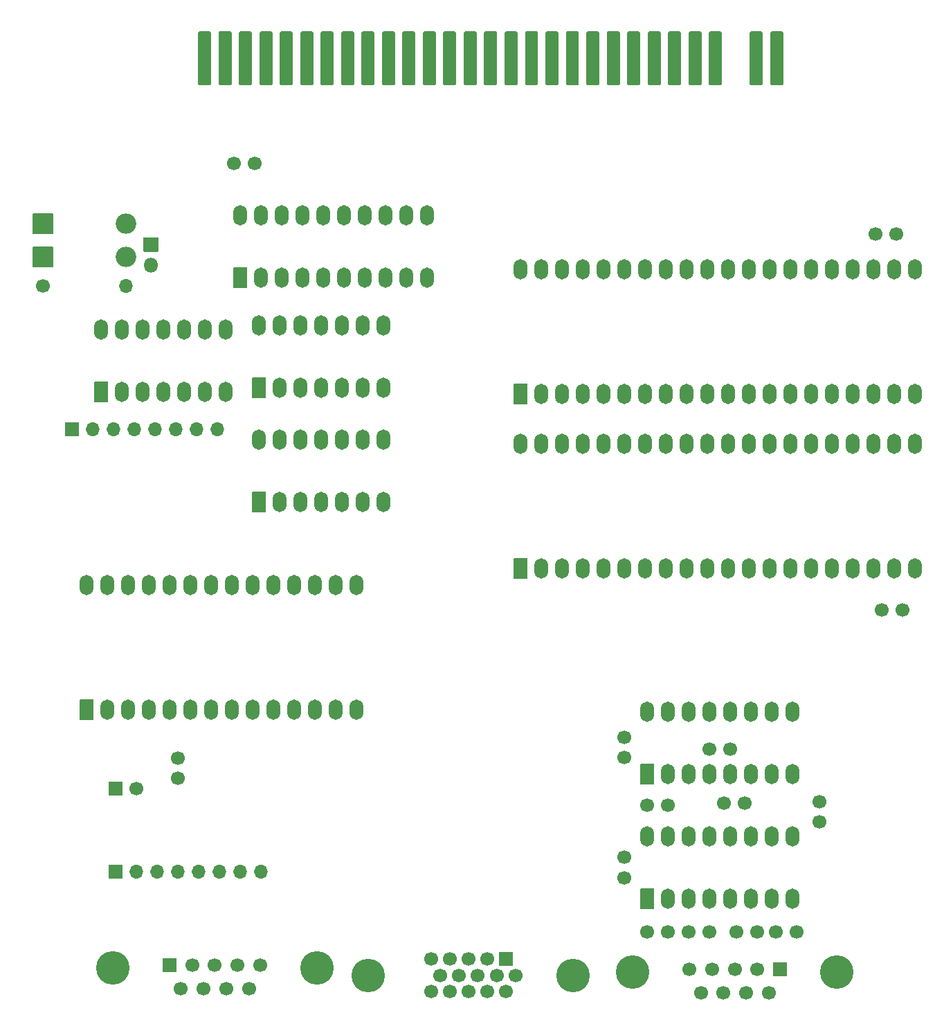
<source format=gbr>
%TF.GenerationSoftware,KiCad,Pcbnew,(5.1.10)-1*%
%TF.CreationDate,2024-03-27T07:56:36+01:00*%
%TF.ProjectId,KIM,4b494d2e-6b69-4636-9164-5f7063625858,rev?*%
%TF.SameCoordinates,Original*%
%TF.FileFunction,Soldermask,Top*%
%TF.FilePolarity,Negative*%
%FSLAX46Y46*%
G04 Gerber Fmt 4.6, Leading zero omitted, Abs format (unit mm)*
G04 Created by KiCad (PCBNEW (5.1.10)-1) date 2024-03-27 07:56:36*
%MOMM*%
%LPD*%
G01*
G04 APERTURE LIST*
%ADD10C,4.100000*%
%ADD11C,1.700000*%
%ADD12O,1.700000X1.700000*%
%ADD13O,1.800000X1.800000*%
%ADD14O,2.500000X2.500000*%
%ADD15O,1.700000X2.500000*%
G04 APERTURE END LIST*
D10*
%TO.C,J4*%
X129038000Y-129332000D03*
X104038000Y-129332000D03*
D11*
X120693000Y-131872000D03*
X117923000Y-131872000D03*
X115153000Y-131872000D03*
X112383000Y-131872000D03*
X122078000Y-129032000D03*
X119308000Y-129032000D03*
X116538000Y-129032000D03*
X113768000Y-129032000D03*
G36*
G01*
X110148000Y-129832000D02*
X110148000Y-128232000D01*
G75*
G02*
X110198000Y-128182000I50000J0D01*
G01*
X111798000Y-128182000D01*
G75*
G02*
X111848000Y-128232000I0J-50000D01*
G01*
X111848000Y-129832000D01*
G75*
G02*
X111798000Y-129882000I-50000J0D01*
G01*
X110198000Y-129882000D01*
G75*
G02*
X110148000Y-129832000I0J50000D01*
G01*
G37*
%TD*%
D10*
%TO.C,J3*%
X192634000Y-129840000D03*
X167634000Y-129840000D03*
D11*
X175979000Y-132380000D03*
X178749000Y-132380000D03*
X181519000Y-132380000D03*
X184289000Y-132380000D03*
X174594000Y-129540000D03*
X177364000Y-129540000D03*
X180134000Y-129540000D03*
X182904000Y-129540000D03*
G36*
G01*
X184824000Y-130340000D02*
X184824000Y-128740000D01*
G75*
G02*
X184874000Y-128690000I50000J0D01*
G01*
X186474000Y-128690000D01*
G75*
G02*
X186524000Y-128740000I0J-50000D01*
G01*
X186524000Y-130340000D01*
G75*
G02*
X186474000Y-130390000I-50000J0D01*
G01*
X184874000Y-130390000D01*
G75*
G02*
X184824000Y-130340000I0J50000D01*
G01*
G37*
%TD*%
D10*
%TO.C,J2*%
X160331000Y-130320000D03*
X135331000Y-130320000D03*
D11*
X142986000Y-132230000D03*
X145276000Y-132230000D03*
X147566000Y-132230000D03*
X149856000Y-132230000D03*
X152146000Y-132230000D03*
X144131000Y-130250000D03*
X146421000Y-130250000D03*
X148711000Y-130250000D03*
X151001000Y-130250000D03*
X153291000Y-130250000D03*
X142986000Y-128270000D03*
X145276000Y-128270000D03*
X147566000Y-128270000D03*
X149856000Y-128270000D03*
G36*
G01*
X151296000Y-129070000D02*
X151296000Y-127470000D01*
G75*
G02*
X151346000Y-127420000I50000J0D01*
G01*
X152946000Y-127420000D01*
G75*
G02*
X152996000Y-127470000I0J-50000D01*
G01*
X152996000Y-129070000D01*
G75*
G02*
X152946000Y-129120000I-50000J0D01*
G01*
X151346000Y-129120000D01*
G75*
G02*
X151296000Y-129070000I0J50000D01*
G01*
G37*
%TD*%
%TO.C,XM1*%
G36*
G01*
X116976000Y-21278000D02*
X116976000Y-14998000D01*
G75*
G02*
X117136000Y-14838000I160000J0D01*
G01*
X118416000Y-14838000D01*
G75*
G02*
X118576000Y-14998000I0J-160000D01*
G01*
X118576000Y-21278000D01*
G75*
G02*
X118416000Y-21438000I-160000J0D01*
G01*
X117136000Y-21438000D01*
G75*
G02*
X116976000Y-21278000I0J160000D01*
G01*
G37*
G36*
G01*
X119476000Y-21278000D02*
X119476000Y-14998000D01*
G75*
G02*
X119636000Y-14838000I160000J0D01*
G01*
X120916000Y-14838000D01*
G75*
G02*
X121076000Y-14998000I0J-160000D01*
G01*
X121076000Y-21278000D01*
G75*
G02*
X120916000Y-21438000I-160000J0D01*
G01*
X119636000Y-21438000D01*
G75*
G02*
X119476000Y-21278000I0J160000D01*
G01*
G37*
G36*
G01*
X121976000Y-21278000D02*
X121976000Y-14998000D01*
G75*
G02*
X122136000Y-14838000I160000J0D01*
G01*
X123416000Y-14838000D01*
G75*
G02*
X123576000Y-14998000I0J-160000D01*
G01*
X123576000Y-21278000D01*
G75*
G02*
X123416000Y-21438000I-160000J0D01*
G01*
X122136000Y-21438000D01*
G75*
G02*
X121976000Y-21278000I0J160000D01*
G01*
G37*
G36*
G01*
X124476000Y-21278000D02*
X124476000Y-14998000D01*
G75*
G02*
X124636000Y-14838000I160000J0D01*
G01*
X125916000Y-14838000D01*
G75*
G02*
X126076000Y-14998000I0J-160000D01*
G01*
X126076000Y-21278000D01*
G75*
G02*
X125916000Y-21438000I-160000J0D01*
G01*
X124636000Y-21438000D01*
G75*
G02*
X124476000Y-21278000I0J160000D01*
G01*
G37*
G36*
G01*
X129476000Y-21278000D02*
X129476000Y-14998000D01*
G75*
G02*
X129636000Y-14838000I160000J0D01*
G01*
X130916000Y-14838000D01*
G75*
G02*
X131076000Y-14998000I0J-160000D01*
G01*
X131076000Y-21278000D01*
G75*
G02*
X130916000Y-21438000I-160000J0D01*
G01*
X129636000Y-21438000D01*
G75*
G02*
X129476000Y-21278000I0J160000D01*
G01*
G37*
G36*
G01*
X131976000Y-21278000D02*
X131976000Y-14998000D01*
G75*
G02*
X132136000Y-14838000I160000J0D01*
G01*
X133416000Y-14838000D01*
G75*
G02*
X133576000Y-14998000I0J-160000D01*
G01*
X133576000Y-21278000D01*
G75*
G02*
X133416000Y-21438000I-160000J0D01*
G01*
X132136000Y-21438000D01*
G75*
G02*
X131976000Y-21278000I0J160000D01*
G01*
G37*
G36*
G01*
X149476000Y-21278000D02*
X149476000Y-14998000D01*
G75*
G02*
X149636000Y-14838000I160000J0D01*
G01*
X150916000Y-14838000D01*
G75*
G02*
X151076000Y-14998000I0J-160000D01*
G01*
X151076000Y-21278000D01*
G75*
G02*
X150916000Y-21438000I-160000J0D01*
G01*
X149636000Y-21438000D01*
G75*
G02*
X149476000Y-21278000I0J160000D01*
G01*
G37*
G36*
G01*
X136976000Y-21278000D02*
X136976000Y-14998000D01*
G75*
G02*
X137136000Y-14838000I160000J0D01*
G01*
X138416000Y-14838000D01*
G75*
G02*
X138576000Y-14998000I0J-160000D01*
G01*
X138576000Y-21278000D01*
G75*
G02*
X138416000Y-21438000I-160000J0D01*
G01*
X137136000Y-21438000D01*
G75*
G02*
X136976000Y-21278000I0J160000D01*
G01*
G37*
G36*
G01*
X161976000Y-21278000D02*
X161976000Y-14998000D01*
G75*
G02*
X162136000Y-14838000I160000J0D01*
G01*
X163416000Y-14838000D01*
G75*
G02*
X163576000Y-14998000I0J-160000D01*
G01*
X163576000Y-21278000D01*
G75*
G02*
X163416000Y-21438000I-160000J0D01*
G01*
X162136000Y-21438000D01*
G75*
G02*
X161976000Y-21278000I0J160000D01*
G01*
G37*
G36*
G01*
X159476000Y-21278000D02*
X159476000Y-14998000D01*
G75*
G02*
X159636000Y-14838000I160000J0D01*
G01*
X160916000Y-14838000D01*
G75*
G02*
X161076000Y-14998000I0J-160000D01*
G01*
X161076000Y-21278000D01*
G75*
G02*
X160916000Y-21438000I-160000J0D01*
G01*
X159636000Y-21438000D01*
G75*
G02*
X159476000Y-21278000I0J160000D01*
G01*
G37*
G36*
G01*
X156976000Y-21278000D02*
X156976000Y-14998000D01*
G75*
G02*
X157136000Y-14838000I160000J0D01*
G01*
X158416000Y-14838000D01*
G75*
G02*
X158576000Y-14998000I0J-160000D01*
G01*
X158576000Y-21278000D01*
G75*
G02*
X158416000Y-21438000I-160000J0D01*
G01*
X157136000Y-21438000D01*
G75*
G02*
X156976000Y-21278000I0J160000D01*
G01*
G37*
G36*
G01*
X154476000Y-21278000D02*
X154476000Y-14998000D01*
G75*
G02*
X154636000Y-14838000I160000J0D01*
G01*
X155916000Y-14838000D01*
G75*
G02*
X156076000Y-14998000I0J-160000D01*
G01*
X156076000Y-21278000D01*
G75*
G02*
X155916000Y-21438000I-160000J0D01*
G01*
X154636000Y-21438000D01*
G75*
G02*
X154476000Y-21278000I0J160000D01*
G01*
G37*
G36*
G01*
X151976000Y-21278000D02*
X151976000Y-14998000D01*
G75*
G02*
X152136000Y-14838000I160000J0D01*
G01*
X153416000Y-14838000D01*
G75*
G02*
X153576000Y-14998000I0J-160000D01*
G01*
X153576000Y-21278000D01*
G75*
G02*
X153416000Y-21438000I-160000J0D01*
G01*
X152136000Y-21438000D01*
G75*
G02*
X151976000Y-21278000I0J160000D01*
G01*
G37*
G36*
G01*
X146976000Y-21278000D02*
X146976000Y-14998000D01*
G75*
G02*
X147136000Y-14838000I160000J0D01*
G01*
X148416000Y-14838000D01*
G75*
G02*
X148576000Y-14998000I0J-160000D01*
G01*
X148576000Y-21278000D01*
G75*
G02*
X148416000Y-21438000I-160000J0D01*
G01*
X147136000Y-21438000D01*
G75*
G02*
X146976000Y-21278000I0J160000D01*
G01*
G37*
G36*
G01*
X144476000Y-21278000D02*
X144476000Y-14998000D01*
G75*
G02*
X144636000Y-14838000I160000J0D01*
G01*
X145916000Y-14838000D01*
G75*
G02*
X146076000Y-14998000I0J-160000D01*
G01*
X146076000Y-21278000D01*
G75*
G02*
X145916000Y-21438000I-160000J0D01*
G01*
X144636000Y-21438000D01*
G75*
G02*
X144476000Y-21278000I0J160000D01*
G01*
G37*
G36*
G01*
X141976000Y-21278000D02*
X141976000Y-14998000D01*
G75*
G02*
X142136000Y-14838000I160000J0D01*
G01*
X143416000Y-14838000D01*
G75*
G02*
X143576000Y-14998000I0J-160000D01*
G01*
X143576000Y-21278000D01*
G75*
G02*
X143416000Y-21438000I-160000J0D01*
G01*
X142136000Y-21438000D01*
G75*
G02*
X141976000Y-21278000I0J160000D01*
G01*
G37*
G36*
G01*
X139476000Y-21278000D02*
X139476000Y-14998000D01*
G75*
G02*
X139636000Y-14838000I160000J0D01*
G01*
X140916000Y-14838000D01*
G75*
G02*
X141076000Y-14998000I0J-160000D01*
G01*
X141076000Y-21278000D01*
G75*
G02*
X140916000Y-21438000I-160000J0D01*
G01*
X139636000Y-21438000D01*
G75*
G02*
X139476000Y-21278000I0J160000D01*
G01*
G37*
G36*
G01*
X184476000Y-21278000D02*
X184476000Y-14998000D01*
G75*
G02*
X184636000Y-14838000I160000J0D01*
G01*
X185916000Y-14838000D01*
G75*
G02*
X186076000Y-14998000I0J-160000D01*
G01*
X186076000Y-21278000D01*
G75*
G02*
X185916000Y-21438000I-160000J0D01*
G01*
X184636000Y-21438000D01*
G75*
G02*
X184476000Y-21278000I0J160000D01*
G01*
G37*
G36*
G01*
X134476000Y-21278000D02*
X134476000Y-14998000D01*
G75*
G02*
X134636000Y-14838000I160000J0D01*
G01*
X135916000Y-14838000D01*
G75*
G02*
X136076000Y-14998000I0J-160000D01*
G01*
X136076000Y-21278000D01*
G75*
G02*
X135916000Y-21438000I-160000J0D01*
G01*
X134636000Y-21438000D01*
G75*
G02*
X134476000Y-21278000I0J160000D01*
G01*
G37*
G36*
G01*
X126976000Y-21278000D02*
X126976000Y-14998000D01*
G75*
G02*
X127136000Y-14838000I160000J0D01*
G01*
X128416000Y-14838000D01*
G75*
G02*
X128576000Y-14998000I0J-160000D01*
G01*
X128576000Y-21278000D01*
G75*
G02*
X128416000Y-21438000I-160000J0D01*
G01*
X127136000Y-21438000D01*
G75*
G02*
X126976000Y-21278000I0J160000D01*
G01*
G37*
G36*
G01*
X114476000Y-21278000D02*
X114476000Y-14998000D01*
G75*
G02*
X114636000Y-14838000I160000J0D01*
G01*
X115916000Y-14838000D01*
G75*
G02*
X116076000Y-14998000I0J-160000D01*
G01*
X116076000Y-21278000D01*
G75*
G02*
X115916000Y-21438000I-160000J0D01*
G01*
X114636000Y-21438000D01*
G75*
G02*
X114476000Y-21278000I0J160000D01*
G01*
G37*
G36*
G01*
X181976000Y-21278000D02*
X181976000Y-14998000D01*
G75*
G02*
X182136000Y-14838000I160000J0D01*
G01*
X183416000Y-14838000D01*
G75*
G02*
X183576000Y-14998000I0J-160000D01*
G01*
X183576000Y-21278000D01*
G75*
G02*
X183416000Y-21438000I-160000J0D01*
G01*
X182136000Y-21438000D01*
G75*
G02*
X181976000Y-21278000I0J160000D01*
G01*
G37*
G36*
G01*
X176976000Y-21278000D02*
X176976000Y-14998000D01*
G75*
G02*
X177136000Y-14838000I160000J0D01*
G01*
X178416000Y-14838000D01*
G75*
G02*
X178576000Y-14998000I0J-160000D01*
G01*
X178576000Y-21278000D01*
G75*
G02*
X178416000Y-21438000I-160000J0D01*
G01*
X177136000Y-21438000D01*
G75*
G02*
X176976000Y-21278000I0J160000D01*
G01*
G37*
G36*
G01*
X174476000Y-21278000D02*
X174476000Y-14998000D01*
G75*
G02*
X174636000Y-14838000I160000J0D01*
G01*
X175916000Y-14838000D01*
G75*
G02*
X176076000Y-14998000I0J-160000D01*
G01*
X176076000Y-21278000D01*
G75*
G02*
X175916000Y-21438000I-160000J0D01*
G01*
X174636000Y-21438000D01*
G75*
G02*
X174476000Y-21278000I0J160000D01*
G01*
G37*
G36*
G01*
X171976000Y-21278000D02*
X171976000Y-14998000D01*
G75*
G02*
X172136000Y-14838000I160000J0D01*
G01*
X173416000Y-14838000D01*
G75*
G02*
X173576000Y-14998000I0J-160000D01*
G01*
X173576000Y-21278000D01*
G75*
G02*
X173416000Y-21438000I-160000J0D01*
G01*
X172136000Y-21438000D01*
G75*
G02*
X171976000Y-21278000I0J160000D01*
G01*
G37*
G36*
G01*
X169476000Y-21278000D02*
X169476000Y-14998000D01*
G75*
G02*
X169636000Y-14838000I160000J0D01*
G01*
X170916000Y-14838000D01*
G75*
G02*
X171076000Y-14998000I0J-160000D01*
G01*
X171076000Y-21278000D01*
G75*
G02*
X170916000Y-21438000I-160000J0D01*
G01*
X169636000Y-21438000D01*
G75*
G02*
X169476000Y-21278000I0J160000D01*
G01*
G37*
G36*
G01*
X166976000Y-21278000D02*
X166976000Y-14998000D01*
G75*
G02*
X167136000Y-14838000I160000J0D01*
G01*
X168416000Y-14838000D01*
G75*
G02*
X168576000Y-14998000I0J-160000D01*
G01*
X168576000Y-21278000D01*
G75*
G02*
X168416000Y-21438000I-160000J0D01*
G01*
X167136000Y-21438000D01*
G75*
G02*
X166976000Y-21278000I0J160000D01*
G01*
G37*
G36*
G01*
X164476000Y-21278000D02*
X164476000Y-14998000D01*
G75*
G02*
X164636000Y-14838000I160000J0D01*
G01*
X165916000Y-14838000D01*
G75*
G02*
X166076000Y-14998000I0J-160000D01*
G01*
X166076000Y-21278000D01*
G75*
G02*
X165916000Y-21438000I-160000J0D01*
G01*
X164636000Y-21438000D01*
G75*
G02*
X164476000Y-21278000I0J160000D01*
G01*
G37*
%TD*%
D12*
%TO.C,RN2*%
X122174000Y-117602000D03*
X119634000Y-117602000D03*
X117094000Y-117602000D03*
X114554000Y-117602000D03*
X112014000Y-117602000D03*
X109474000Y-117602000D03*
X106934000Y-117602000D03*
G36*
G01*
X103544000Y-118402000D02*
X103544000Y-116802000D01*
G75*
G02*
X103594000Y-116752000I50000J0D01*
G01*
X105194000Y-116752000D01*
G75*
G02*
X105244000Y-116802000I0J-50000D01*
G01*
X105244000Y-118402000D01*
G75*
G02*
X105194000Y-118452000I-50000J0D01*
G01*
X103594000Y-118452000D01*
G75*
G02*
X103544000Y-118402000I0J50000D01*
G01*
G37*
%TD*%
D13*
%TO.C,J1*%
X108712000Y-43434000D03*
G36*
G01*
X107812000Y-41744000D02*
X107812000Y-40044000D01*
G75*
G02*
X107862000Y-39994000I50000J0D01*
G01*
X109562000Y-39994000D01*
G75*
G02*
X109612000Y-40044000I0J-50000D01*
G01*
X109612000Y-41744000D01*
G75*
G02*
X109562000Y-41794000I-50000J0D01*
G01*
X107862000Y-41794000D01*
G75*
G02*
X107812000Y-41744000I0J50000D01*
G01*
G37*
%TD*%
D11*
%TO.C,C5*%
X106894000Y-107442000D03*
G36*
G01*
X103544000Y-108242000D02*
X103544000Y-106642000D01*
G75*
G02*
X103594000Y-106592000I50000J0D01*
G01*
X105194000Y-106592000D01*
G75*
G02*
X105244000Y-106642000I0J-50000D01*
G01*
X105244000Y-108242000D01*
G75*
G02*
X105194000Y-108292000I-50000J0D01*
G01*
X103594000Y-108292000D01*
G75*
G02*
X103544000Y-108242000I0J50000D01*
G01*
G37*
%TD*%
%TO.C,C4*%
X121372000Y-30988000D03*
X118872000Y-30988000D03*
%TD*%
%TO.C,C3*%
X200660000Y-85598000D03*
X198160000Y-85598000D03*
%TD*%
%TO.C,C2*%
X112014000Y-103672000D03*
X112014000Y-106172000D03*
%TD*%
%TO.C,C1*%
X199858000Y-39624000D03*
X197358000Y-39624000D03*
%TD*%
%TO.C,C6*%
X176998000Y-124968000D03*
X174498000Y-124968000D03*
%TD*%
%TO.C,C7*%
X169418000Y-124968000D03*
X171918000Y-124968000D03*
%TD*%
%TO.C,C8*%
X182840000Y-124968000D03*
X180340000Y-124968000D03*
%TD*%
%TO.C,C9*%
X166624000Y-103632000D03*
X166624000Y-101132000D03*
%TD*%
%TO.C,C10*%
X181316000Y-109220000D03*
X178816000Y-109220000D03*
%TD*%
%TO.C,C11*%
X185166000Y-124968000D03*
X187666000Y-124968000D03*
%TD*%
%TO.C,C12*%
X177038000Y-102616000D03*
X179538000Y-102616000D03*
%TD*%
%TO.C,C13*%
X166624000Y-118324000D03*
X166624000Y-115824000D03*
%TD*%
%TO.C,C14*%
X190500000Y-111506000D03*
X190500000Y-109006000D03*
%TD*%
%TO.C,C15*%
X171918000Y-109474000D03*
X169418000Y-109474000D03*
%TD*%
%TO.C,D1*%
G36*
G01*
X94254000Y-43618000D02*
X94254000Y-41218000D01*
G75*
G02*
X94304000Y-41168000I50000J0D01*
G01*
X96704000Y-41168000D01*
G75*
G02*
X96754000Y-41218000I0J-50000D01*
G01*
X96754000Y-43618000D01*
G75*
G02*
X96704000Y-43668000I-50000J0D01*
G01*
X94304000Y-43668000D01*
G75*
G02*
X94254000Y-43618000I0J50000D01*
G01*
G37*
D14*
X105664000Y-42418000D03*
%TD*%
%TO.C,D2*%
X105664000Y-38354000D03*
G36*
G01*
X94254000Y-39554000D02*
X94254000Y-37154000D01*
G75*
G02*
X94304000Y-37104000I50000J0D01*
G01*
X96704000Y-37104000D01*
G75*
G02*
X96754000Y-37154000I0J-50000D01*
G01*
X96754000Y-39554000D01*
G75*
G02*
X96704000Y-39604000I-50000J0D01*
G01*
X94304000Y-39604000D01*
G75*
G02*
X94254000Y-39554000I0J50000D01*
G01*
G37*
%TD*%
%TO.C,IC1*%
G36*
G01*
X101638000Y-99040000D02*
X100038000Y-99040000D01*
G75*
G02*
X99988000Y-98990000I0J50000D01*
G01*
X99988000Y-96590000D01*
G75*
G02*
X100038000Y-96540000I50000J0D01*
G01*
X101638000Y-96540000D01*
G75*
G02*
X101688000Y-96590000I0J-50000D01*
G01*
X101688000Y-98990000D01*
G75*
G02*
X101638000Y-99040000I-50000J0D01*
G01*
G37*
D15*
X133858000Y-82550000D03*
X103378000Y-97790000D03*
X131318000Y-82550000D03*
X105918000Y-97790000D03*
X128778000Y-82550000D03*
X108458000Y-97790000D03*
X126238000Y-82550000D03*
X110998000Y-97790000D03*
X123698000Y-82550000D03*
X113538000Y-97790000D03*
X121158000Y-82550000D03*
X116078000Y-97790000D03*
X118618000Y-82550000D03*
X118618000Y-97790000D03*
X116078000Y-82550000D03*
X121158000Y-97790000D03*
X113538000Y-82550000D03*
X123698000Y-97790000D03*
X110998000Y-82550000D03*
X126238000Y-97790000D03*
X108458000Y-82550000D03*
X128778000Y-97790000D03*
X105918000Y-82550000D03*
X131318000Y-97790000D03*
X103378000Y-82550000D03*
X133858000Y-97790000D03*
X100838000Y-82550000D03*
%TD*%
%TO.C,IC2*%
G36*
G01*
X154724000Y-60432000D02*
X153124000Y-60432000D01*
G75*
G02*
X153074000Y-60382000I0J50000D01*
G01*
X153074000Y-57982000D01*
G75*
G02*
X153124000Y-57932000I50000J0D01*
G01*
X154724000Y-57932000D01*
G75*
G02*
X154774000Y-57982000I0J-50000D01*
G01*
X154774000Y-60382000D01*
G75*
G02*
X154724000Y-60432000I-50000J0D01*
G01*
G37*
X202184000Y-43942000D03*
X156464000Y-59182000D03*
X199644000Y-43942000D03*
X159004000Y-59182000D03*
X197104000Y-43942000D03*
X161544000Y-59182000D03*
X194564000Y-43942000D03*
X164084000Y-59182000D03*
X192024000Y-43942000D03*
X166624000Y-59182000D03*
X189484000Y-43942000D03*
X169164000Y-59182000D03*
X186944000Y-43942000D03*
X171704000Y-59182000D03*
X184404000Y-43942000D03*
X174244000Y-59182000D03*
X181864000Y-43942000D03*
X176784000Y-59182000D03*
X179324000Y-43942000D03*
X179324000Y-59182000D03*
X176784000Y-43942000D03*
X181864000Y-59182000D03*
X174244000Y-43942000D03*
X184404000Y-59182000D03*
X171704000Y-43942000D03*
X186944000Y-59182000D03*
X169164000Y-43942000D03*
X189484000Y-59182000D03*
X166624000Y-43942000D03*
X192024000Y-59182000D03*
X164084000Y-43942000D03*
X194564000Y-59182000D03*
X161544000Y-43942000D03*
X197104000Y-59182000D03*
X159004000Y-43942000D03*
X199644000Y-59182000D03*
X156464000Y-43942000D03*
X202184000Y-59182000D03*
X153924000Y-43942000D03*
%TD*%
D11*
%TO.C,R1*%
X95504000Y-45974000D03*
D12*
X105664000Y-45974000D03*
%TD*%
%TO.C,RN1*%
G36*
G01*
X98210000Y-64300000D02*
X98210000Y-62700000D01*
G75*
G02*
X98260000Y-62650000I50000J0D01*
G01*
X99860000Y-62650000D01*
G75*
G02*
X99910000Y-62700000I0J-50000D01*
G01*
X99910000Y-64300000D01*
G75*
G02*
X99860000Y-64350000I-50000J0D01*
G01*
X98260000Y-64350000D01*
G75*
G02*
X98210000Y-64300000I0J50000D01*
G01*
G37*
X101600000Y-63500000D03*
X104140000Y-63500000D03*
X106680000Y-63500000D03*
X109220000Y-63500000D03*
X111760000Y-63500000D03*
X114300000Y-63500000D03*
X116840000Y-63500000D03*
%TD*%
%TO.C,U1*%
G36*
G01*
X103416000Y-60178000D02*
X101816000Y-60178000D01*
G75*
G02*
X101766000Y-60128000I0J50000D01*
G01*
X101766000Y-57728000D01*
G75*
G02*
X101816000Y-57678000I50000J0D01*
G01*
X103416000Y-57678000D01*
G75*
G02*
X103466000Y-57728000I0J-50000D01*
G01*
X103466000Y-60128000D01*
G75*
G02*
X103416000Y-60178000I-50000J0D01*
G01*
G37*
D15*
X117856000Y-51308000D03*
X105156000Y-58928000D03*
X115316000Y-51308000D03*
X107696000Y-58928000D03*
X112776000Y-51308000D03*
X110236000Y-58928000D03*
X110236000Y-51308000D03*
X112776000Y-58928000D03*
X107696000Y-51308000D03*
X115316000Y-58928000D03*
X105156000Y-51308000D03*
X117856000Y-58928000D03*
X102616000Y-51308000D03*
%TD*%
%TO.C,U2*%
X121920000Y-64770000D03*
X137160000Y-72390000D03*
X124460000Y-64770000D03*
X134620000Y-72390000D03*
X127000000Y-64770000D03*
X132080000Y-72390000D03*
X129540000Y-64770000D03*
X129540000Y-72390000D03*
X132080000Y-64770000D03*
X127000000Y-72390000D03*
X134620000Y-64770000D03*
X124460000Y-72390000D03*
X137160000Y-64770000D03*
G36*
G01*
X122720000Y-73640000D02*
X121120000Y-73640000D01*
G75*
G02*
X121070000Y-73590000I0J50000D01*
G01*
X121070000Y-71190000D01*
G75*
G02*
X121120000Y-71140000I50000J0D01*
G01*
X122720000Y-71140000D01*
G75*
G02*
X122770000Y-71190000I0J-50000D01*
G01*
X122770000Y-73590000D01*
G75*
G02*
X122720000Y-73640000I-50000J0D01*
G01*
G37*
%TD*%
%TO.C,U3*%
G36*
G01*
X122720000Y-59670000D02*
X121120000Y-59670000D01*
G75*
G02*
X121070000Y-59620000I0J50000D01*
G01*
X121070000Y-57220000D01*
G75*
G02*
X121120000Y-57170000I50000J0D01*
G01*
X122720000Y-57170000D01*
G75*
G02*
X122770000Y-57220000I0J-50000D01*
G01*
X122770000Y-59620000D01*
G75*
G02*
X122720000Y-59670000I-50000J0D01*
G01*
G37*
X137160000Y-50800000D03*
X124460000Y-58420000D03*
X134620000Y-50800000D03*
X127000000Y-58420000D03*
X132080000Y-50800000D03*
X129540000Y-58420000D03*
X129540000Y-50800000D03*
X132080000Y-58420000D03*
X127000000Y-50800000D03*
X134620000Y-58420000D03*
X124460000Y-50800000D03*
X137160000Y-58420000D03*
X121920000Y-50800000D03*
%TD*%
%TO.C,U4*%
X153924000Y-65278000D03*
X202184000Y-80518000D03*
X156464000Y-65278000D03*
X199644000Y-80518000D03*
X159004000Y-65278000D03*
X197104000Y-80518000D03*
X161544000Y-65278000D03*
X194564000Y-80518000D03*
X164084000Y-65278000D03*
X192024000Y-80518000D03*
X166624000Y-65278000D03*
X189484000Y-80518000D03*
X169164000Y-65278000D03*
X186944000Y-80518000D03*
X171704000Y-65278000D03*
X184404000Y-80518000D03*
X174244000Y-65278000D03*
X181864000Y-80518000D03*
X176784000Y-65278000D03*
X179324000Y-80518000D03*
X179324000Y-65278000D03*
X176784000Y-80518000D03*
X181864000Y-65278000D03*
X174244000Y-80518000D03*
X184404000Y-65278000D03*
X171704000Y-80518000D03*
X186944000Y-65278000D03*
X169164000Y-80518000D03*
X189484000Y-65278000D03*
X166624000Y-80518000D03*
X192024000Y-65278000D03*
X164084000Y-80518000D03*
X194564000Y-65278000D03*
X161544000Y-80518000D03*
X197104000Y-65278000D03*
X159004000Y-80518000D03*
X199644000Y-65278000D03*
X156464000Y-80518000D03*
X202184000Y-65278000D03*
G36*
G01*
X154724000Y-81768000D02*
X153124000Y-81768000D01*
G75*
G02*
X153074000Y-81718000I0J50000D01*
G01*
X153074000Y-79318000D01*
G75*
G02*
X153124000Y-79268000I50000J0D01*
G01*
X154724000Y-79268000D01*
G75*
G02*
X154774000Y-79318000I0J-50000D01*
G01*
X154774000Y-81718000D01*
G75*
G02*
X154724000Y-81768000I-50000J0D01*
G01*
G37*
%TD*%
%TO.C,U5*%
G36*
G01*
X120434000Y-46208000D02*
X118834000Y-46208000D01*
G75*
G02*
X118784000Y-46158000I0J50000D01*
G01*
X118784000Y-43758000D01*
G75*
G02*
X118834000Y-43708000I50000J0D01*
G01*
X120434000Y-43708000D01*
G75*
G02*
X120484000Y-43758000I0J-50000D01*
G01*
X120484000Y-46158000D01*
G75*
G02*
X120434000Y-46208000I-50000J0D01*
G01*
G37*
X142494000Y-37338000D03*
X122174000Y-44958000D03*
X139954000Y-37338000D03*
X124714000Y-44958000D03*
X137414000Y-37338000D03*
X127254000Y-44958000D03*
X134874000Y-37338000D03*
X129794000Y-44958000D03*
X132334000Y-37338000D03*
X132334000Y-44958000D03*
X129794000Y-37338000D03*
X134874000Y-44958000D03*
X127254000Y-37338000D03*
X137414000Y-44958000D03*
X124714000Y-37338000D03*
X139954000Y-44958000D03*
X122174000Y-37338000D03*
X142494000Y-44958000D03*
X119634000Y-37338000D03*
%TD*%
%TO.C,U6*%
G36*
G01*
X170218000Y-122154000D02*
X168618000Y-122154000D01*
G75*
G02*
X168568000Y-122104000I0J50000D01*
G01*
X168568000Y-119704000D01*
G75*
G02*
X168618000Y-119654000I50000J0D01*
G01*
X170218000Y-119654000D01*
G75*
G02*
X170268000Y-119704000I0J-50000D01*
G01*
X170268000Y-122104000D01*
G75*
G02*
X170218000Y-122154000I-50000J0D01*
G01*
G37*
X187198000Y-113284000D03*
X171958000Y-120904000D03*
X184658000Y-113284000D03*
X174498000Y-120904000D03*
X182118000Y-113284000D03*
X177038000Y-120904000D03*
X179578000Y-113284000D03*
X179578000Y-120904000D03*
X177038000Y-113284000D03*
X182118000Y-120904000D03*
X174498000Y-113284000D03*
X184658000Y-120904000D03*
X171958000Y-113284000D03*
X187198000Y-120904000D03*
X169418000Y-113284000D03*
%TD*%
%TO.C,U7*%
X169418000Y-98044000D03*
X187198000Y-105664000D03*
X171958000Y-98044000D03*
X184658000Y-105664000D03*
X174498000Y-98044000D03*
X182118000Y-105664000D03*
X177038000Y-98044000D03*
X179578000Y-105664000D03*
X179578000Y-98044000D03*
X177038000Y-105664000D03*
X182118000Y-98044000D03*
X174498000Y-105664000D03*
X184658000Y-98044000D03*
X171958000Y-105664000D03*
X187198000Y-98044000D03*
G36*
G01*
X170218000Y-106914000D02*
X168618000Y-106914000D01*
G75*
G02*
X168568000Y-106864000I0J50000D01*
G01*
X168568000Y-104464000D01*
G75*
G02*
X168618000Y-104414000I50000J0D01*
G01*
X170218000Y-104414000D01*
G75*
G02*
X170268000Y-104464000I0J-50000D01*
G01*
X170268000Y-106864000D01*
G75*
G02*
X170218000Y-106914000I-50000J0D01*
G01*
G37*
%TD*%
M02*

</source>
